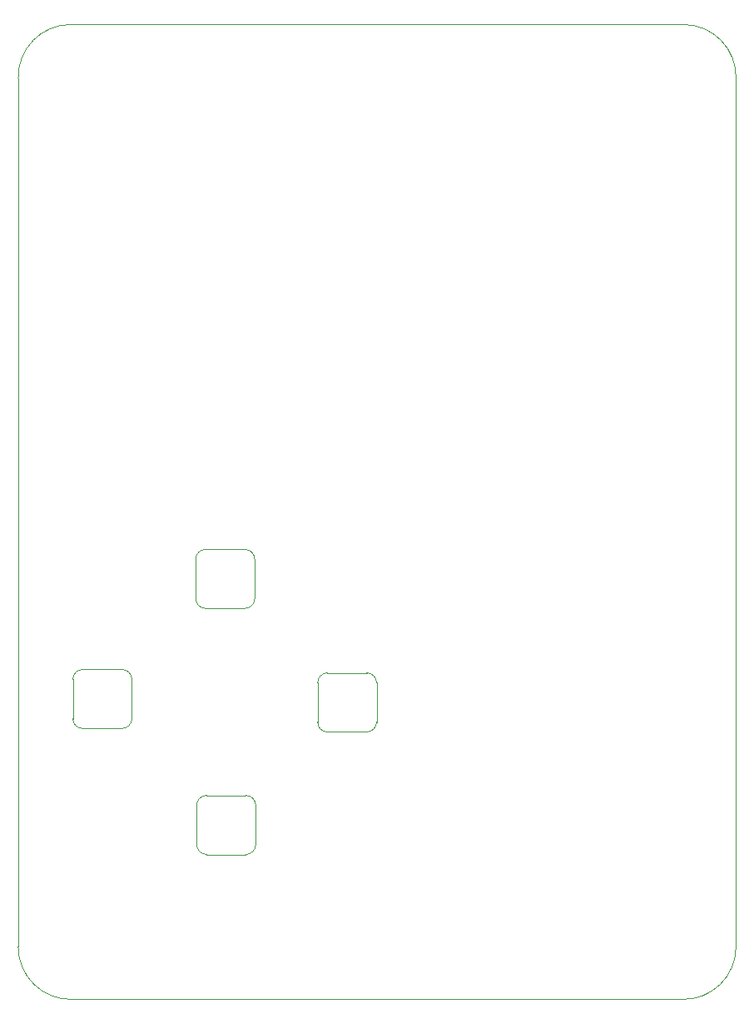
<source format=gbr>
%TF.GenerationSoftware,KiCad,Pcbnew,(5.1.10)-1*%
%TF.CreationDate,2021-11-18T09:17:22-06:00*%
%TF.ProjectId,batteryless_gaming_device,62617474-6572-4796-9c65-73735f67616d,rev?*%
%TF.SameCoordinates,Original*%
%TF.FileFunction,Profile,NP*%
%FSLAX46Y46*%
G04 Gerber Fmt 4.6, Leading zero omitted, Abs format (unit mm)*
G04 Created by KiCad (PCBNEW (5.1.10)-1) date 2021-11-18 09:17:22*
%MOMM*%
%LPD*%
G01*
G04 APERTURE LIST*
%TA.AperFunction,Profile*%
%ADD10C,0.050000*%
%TD*%
%TA.AperFunction,Profile*%
%ADD11C,0.120000*%
%TD*%
G04 APERTURE END LIST*
D10*
X84200964Y-157224489D02*
G75*
G02*
X78740000Y-151892000I-126964J5332489D01*
G01*
X146304036Y-157224489D02*
X84201000Y-157226000D01*
X146304036Y-157224489D02*
G75*
G03*
X151765000Y-151892000I126964J5332489D01*
G01*
X151765000Y-63881000D02*
X151765000Y-151892000D01*
X151765000Y-63627000D02*
X151765000Y-63881000D01*
X146431000Y-58166000D02*
X145923000Y-58166000D01*
X151765000Y-63627000D02*
G75*
G03*
X146432511Y-58166036I-5332489J126964D01*
G01*
X84074000Y-58166000D02*
X145923000Y-58166000D01*
X78740000Y-63627000D02*
X78740000Y-151892000D01*
X78741511Y-63626964D02*
G75*
G02*
X84074000Y-58166000I5332489J126964D01*
G01*
D11*
%TO.C,SW603*%
X90300000Y-128700000D02*
X90300000Y-124700000D01*
X85300000Y-129700000D02*
X89300000Y-129700000D01*
X84300000Y-124700000D02*
X84300000Y-128700000D01*
X89300000Y-123700000D02*
X85300000Y-123700000D01*
X89300000Y-123700000D02*
G75*
G02*
X90300000Y-124700000I0J-1000000D01*
G01*
X90300000Y-128700000D02*
G75*
G02*
X89300000Y-129700000I-1000000J0D01*
G01*
X85300000Y-129700000D02*
G75*
G02*
X84300000Y-128700000I0J1000000D01*
G01*
X84300000Y-124700000D02*
G75*
G02*
X85300000Y-123700000I1000000J0D01*
G01*
%TO.C,SW602*%
X102800000Y-116500000D02*
X102800000Y-112500000D01*
X97800000Y-117500000D02*
X101800000Y-117500000D01*
X96800000Y-112500000D02*
X96800000Y-116500000D01*
X101800000Y-111500000D02*
X97800000Y-111500000D01*
X101800000Y-111500000D02*
G75*
G02*
X102800000Y-112500000I0J-1000000D01*
G01*
X102800000Y-116500000D02*
G75*
G02*
X101800000Y-117500000I-1000000J0D01*
G01*
X97800000Y-117500000D02*
G75*
G02*
X96800000Y-116500000I0J1000000D01*
G01*
X96800000Y-112500000D02*
G75*
G02*
X97800000Y-111500000I1000000J0D01*
G01*
%TO.C,SW601*%
X109200000Y-125050000D02*
X109200000Y-129050000D01*
X114200000Y-124050000D02*
X110200000Y-124050000D01*
X115200000Y-129050000D02*
X115200000Y-125050000D01*
X110200000Y-130050000D02*
X114200000Y-130050000D01*
X110200000Y-130050000D02*
G75*
G02*
X109200000Y-129050000I0J1000000D01*
G01*
X109200000Y-125050000D02*
G75*
G02*
X110200000Y-124050000I1000000J0D01*
G01*
X114200000Y-124050000D02*
G75*
G02*
X115200000Y-125050000I0J-1000000D01*
G01*
X115200000Y-129050000D02*
G75*
G02*
X114200000Y-130050000I-1000000J0D01*
G01*
%TO.C,SW600*%
X101900000Y-136500000D02*
X97900000Y-136500000D01*
X102900000Y-141500000D02*
X102900000Y-137500000D01*
X97900000Y-142500000D02*
X101900000Y-142500000D01*
X96900000Y-137500000D02*
X96900000Y-141500000D01*
X96900000Y-137500000D02*
G75*
G02*
X97900000Y-136500000I1000000J0D01*
G01*
X101900000Y-136500000D02*
G75*
G02*
X102900000Y-137500000I0J-1000000D01*
G01*
X102900000Y-141500000D02*
G75*
G02*
X101900000Y-142500000I-1000000J0D01*
G01*
X97900000Y-142500000D02*
G75*
G02*
X96900000Y-141500000I0J1000000D01*
G01*
%TD*%
M02*

</source>
